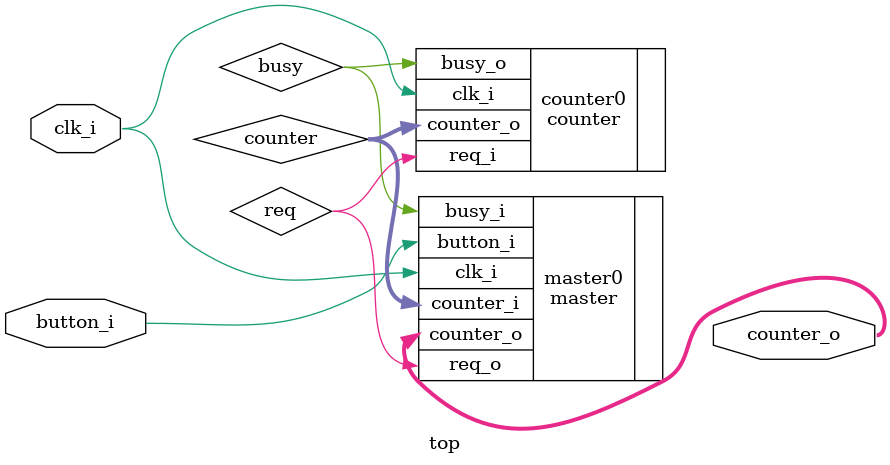
<source format=sv>
`default_nettype none

module top (
  // Input
  input logic clk_i,
  input logic button_i,
  // Output
  output logic [3:0] counter_o
);

  logic req /* verilator public*/;
  logic busy /* verilator public*/;
  logic [3:0] counter /* verilator public*/;

  master master0 (
    .clk_i    (clk_i),
    .counter_i(counter),
    .busy_i   (busy),
    .button_i (button_i),
    .req_o    (req),
    .counter_o(counter_o)
  );

  counter counter0 (
    .clk_i    (clk_i),
    .req_i    (req),
    .counter_o(counter),
    .busy_o   (busy)
  );

endmodule : top

</source>
